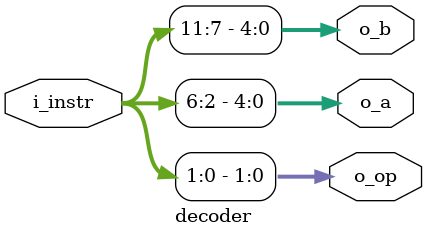
<source format=sv>
module decoder (
  input logic [11:0] i_instr,
  output logic [1:0] o_op,
  output logic [4:0] o_a,
  output logic [4:0] o_b
);
        assign o_op = i_instr[1:0];
        assign o_a = i_instr[6:2];
        assign o_b = i_instr[11:7];
endmodule

</source>
